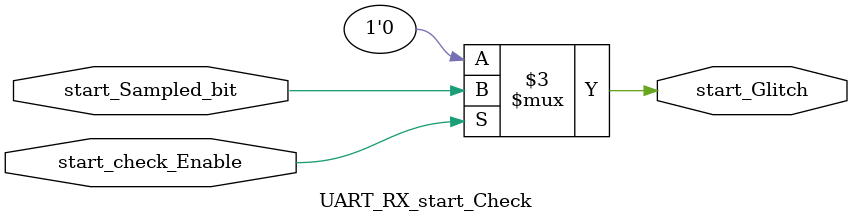
<source format=v>
module UART_RX_start_Check (
    input  wire start_check_Enable,
    input  wire start_Sampled_bit,     
    output reg  start_Glitch
);

always @(*) begin
    if(start_check_Enable) begin
        start_Glitch <= start_Sampled_bit;
    end
    else begin
        start_Glitch <= 1'b0;
    end
end
    
endmodule


</source>
